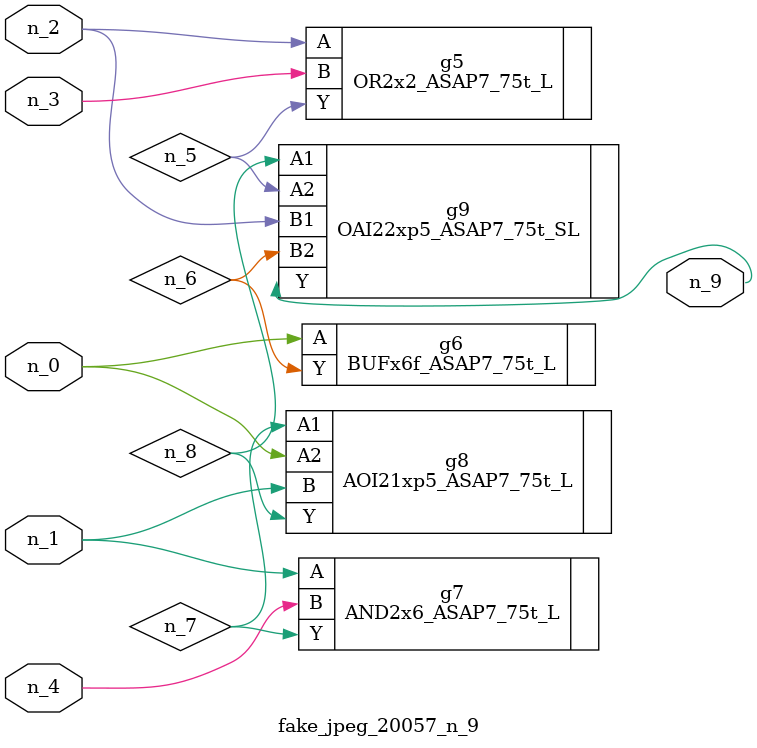
<source format=v>
module fake_jpeg_20057_n_9 (n_3, n_2, n_1, n_0, n_4, n_9);

input n_3;
input n_2;
input n_1;
input n_0;
input n_4;

output n_9;

wire n_8;
wire n_6;
wire n_5;
wire n_7;

OR2x2_ASAP7_75t_L g5 ( 
.A(n_2),
.B(n_3),
.Y(n_5)
);

BUFx6f_ASAP7_75t_L g6 ( 
.A(n_0),
.Y(n_6)
);

AND2x6_ASAP7_75t_L g7 ( 
.A(n_1),
.B(n_4),
.Y(n_7)
);

AOI21xp5_ASAP7_75t_L g8 ( 
.A1(n_7),
.A2(n_0),
.B(n_1),
.Y(n_8)
);

OAI22xp5_ASAP7_75t_SL g9 ( 
.A1(n_8),
.A2(n_5),
.B1(n_2),
.B2(n_6),
.Y(n_9)
);


endmodule
</source>
